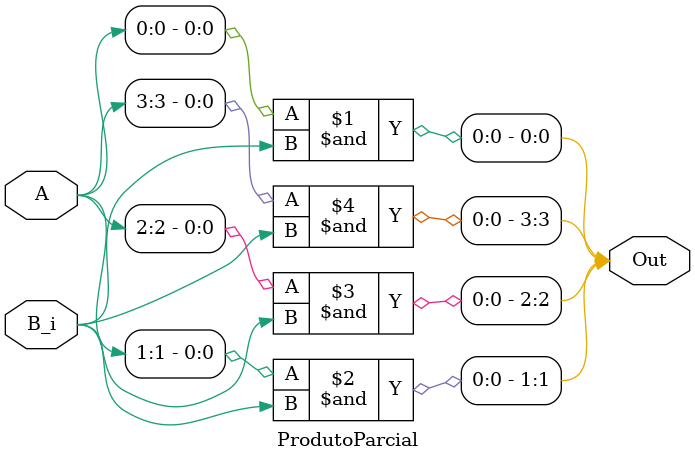
<source format=v>
module ProdutoParcial(output [3:0] Out, input [3:0] A, input B_i);
    // Se o bit B_i for 1, a saída 'Out' será igual a A.
    // Se o bit B_i for 0, a saída 'Out' será 0.
    and And0(Out[0], A[0], B_i);
    and And1(Out[1], A[1], B_i);
    and And2(Out[2], A[2], B_i);
    and And3(Out[3], A[3], B_i);
endmodule
</source>
